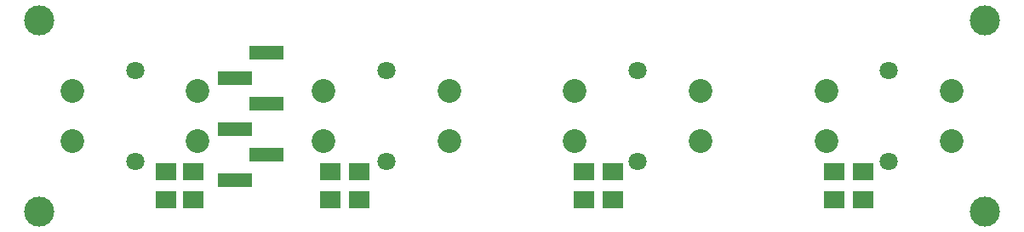
<source format=gbr>
G04 DipTrace 3.3.1.3*
G04 TopMask.gbr*
%MOIN*%
G04 #@! TF.FileFunction,Soldermask,Top*
G04 #@! TF.Part,Single*
%ADD38C,0.11811*%
%ADD39C,0.070866*%
%ADD44C,0.092874*%
%ADD46R,0.133071X0.057874*%
%ADD48R,0.07874X0.070866*%
%FSLAX26Y26*%
G04*
G70*
G90*
G75*
G01*
G04 TopMask*
%LPD*%
D48*
X3737450Y668627D3*
Y558391D3*
X2756201Y668627D3*
Y558391D3*
X1762451Y668627D3*
Y558391D3*
X1006201Y668701D3*
Y558465D3*
D38*
X511811Y511811D3*
Y1259843D3*
X4212598D3*
Y511811D3*
D48*
X3624951Y558391D3*
Y668627D3*
X2643701Y558391D3*
Y668627D3*
X1651329Y558391D3*
Y668627D3*
X1112451Y556201D3*
Y666437D3*
D46*
X1275984Y635827D3*
X1401181Y735827D3*
X1275984Y835827D3*
X1401181Y935827D3*
X1275984Y1035827D3*
X1401181Y1135827D3*
D44*
X3592520Y787360D3*
Y984210D3*
X4084646D3*
Y787360D3*
D39*
X3838583Y708619D3*
Y1062950D3*
D44*
X2608268Y787360D3*
Y984210D3*
X3100394D3*
Y787360D3*
D39*
X2854331Y708619D3*
Y1062950D3*
D44*
X1624016Y787360D3*
Y984210D3*
X2116142D3*
Y787360D3*
D39*
X1870079Y708619D3*
Y1062950D3*
D44*
X639764Y787360D3*
Y984210D3*
X1131890D3*
Y787360D3*
D39*
X885827Y708619D3*
Y1062950D3*
M02*

</source>
